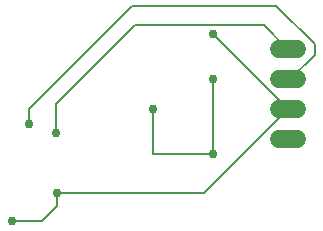
<source format=gbr>
G04 EAGLE Gerber RS-274X export*
G75*
%MOMM*%
%FSLAX34Y34*%
%LPD*%
%INBottom Copper*%
%IPPOS*%
%AMOC8*
5,1,8,0,0,1.08239X$1,22.5*%
G01*
%ADD10C,1.524000*%
%ADD11C,0.152400*%
%ADD12C,0.756400*%


D10*
X655320Y419100D02*
X640080Y419100D01*
X640080Y444500D02*
X655320Y444500D01*
X655320Y469900D02*
X640080Y469900D01*
X640080Y495300D02*
X655320Y495300D01*
D11*
X647700Y444500D02*
X576580Y373380D01*
D12*
X584200Y508000D03*
X414274Y350012D03*
X451866Y373380D03*
D11*
X439420Y350012D02*
X414274Y350012D01*
X451866Y362458D02*
X451866Y373380D01*
X451866Y362458D02*
X439420Y350012D01*
X451866Y373380D02*
X576580Y373380D01*
X647700Y444500D02*
X584200Y508000D01*
X451612Y449326D02*
X451612Y424942D01*
X451612Y449326D02*
X517906Y515620D01*
X627634Y515620D01*
X647192Y496062D01*
X647700Y495300D01*
D12*
X451612Y424942D03*
D11*
X428498Y444754D02*
X515620Y531876D01*
X428498Y444754D02*
X428498Y432054D01*
X515620Y531876D02*
X638048Y531876D01*
X670306Y499618D01*
X670306Y490728D01*
X648970Y469392D01*
X647700Y469900D01*
D12*
X428498Y432054D03*
X584200Y469900D03*
D11*
X584200Y406400D01*
D12*
X584200Y406400D03*
X533400Y444500D03*
D11*
X533400Y406400D01*
X584200Y406400D01*
M02*

</source>
